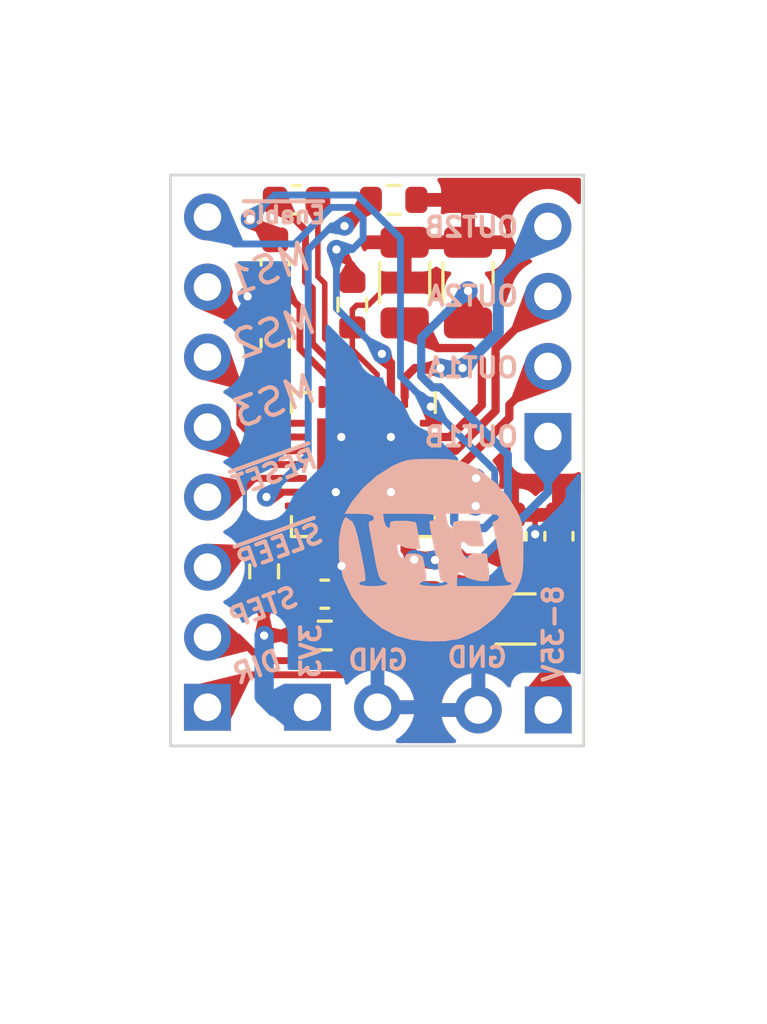
<source format=kicad_pcb>
(kicad_pcb (version 20221018) (generator pcbnew)
  (layers (0 "F.Cu" signal) (31 "B.Cu" signal) (34 "B.Paste" user) (35 "F.Paste" user) (36 "B.SilkS" user "B.Silkscreen") (37 "F.SilkS" user "F.Silkscreen") (38 "B.Mask" user) (39 "F.Mask" user) (44 "Edge.Cuts" user))
  (net 0 "")
  (net 1 "Net-(D1-CP1)")
  (net 2 "Net-(D1-CP2)")
  (net 3 "Net-(D1-VREG)")
  (net 4 "GNDREF")
  (net 5 "VPP")
  (net 6 "Net-(D1-VCP)")
  (net 7 "VDD")
  (net 8 "Net-(D1-OUT2B)")
  (net 9 "Net-(D1-~{ENABLE})")
  (net 11 "/MS1")
  (net 12 "/MS2")
  (net 13 "/MS3")
  (net 14 "Net-(D1-~{RESET})")
  (net 15 "Net-(D1-ROSC)")
  (net 16 "Net-(D1-~{SLEEP})")
  (net 17 "Net-(D1-STEP)")
  (net 18 "Net-(D1-VREF)")
  (net 19 "Net-(D1-DIR)")
  (net 21 "Net-(D1-OUT1B)")
  (net 22 "Net-(D1-SENSE1)")
  (net 23 "Net-(D1-OUT1A)")
  (net 25 "Net-(D1-OUT2A)")
  (net 26 "Net-(D1-SENSE2)")
  (footprint "Connector_PinHeader_2.54mm:PinHeader_1x02_P2.54mm_Vertical" (layer "F.Cu") (at 124.974682 98.8 90)
    (fp_text reference "J4" hide)
    (fp_text value "Conn_01x02_Socket")
    (pad "1" thru_hole rect locked (at 0 0 90) (size 1.7 1.7) (drill 1) (layers "*.Cu" "*.Mask") (net 7 "VDD"))
    (pad "2" thru_hole oval locked (at 0 2.54 90) (size 1.7 1.7) (drill 1) (layers "*.Cu" "*.Mask") (net 4 "GNDREF"))
  )
  (footprint "Capacitor_SMD:C_1206_3216Metric" (layer "F.Cu") (at 132.525 95.6 180)
    (fp_text reference "C4" hide)
    (fp_text value "4.7u")
    (fp_line (start -0.711252 -0.91) (end 0.711252 -0.91) (stroke (width 0.12)) (layer "F.SilkS"))
    (fp_line (start -0.711252 0.91) (end 0.711252 0.91) (stroke (width 0.12)) (layer "F.SilkS"))
    (pad "1" smd roundrect (at -1.475 0 180) (size 1.15 1.8) (layers "F.Cu" "F.Paste" "F.Mask") (roundrect_rratio 0.2173913043) (net 5 "VPP"))
    (pad "2" smd roundrect (at 1.475 0 180) (size 1.15 1.8) (layers "F.Cu" "F.Paste" "F.Mask") (roundrect_rratio 0.2173913043) (net 4 "GNDREF"))
  )
  (footprint "Connector_PinHeader_2.54mm:PinHeader_1x02_P2.54mm_Vertical" (layer "F.Cu") (at 133.713345 98.9 -90)
    (fp_text reference "J3" hide)
    (fp_text value "Conn_01x02_Socket")
    (pad "1" thru_hole rect locked (at 0 0 270) (size 1.7 1.7) (drill 1) (layers "*.Cu" "*.Mask") (net 5 "VPP"))
    (pad "2" thru_hole oval locked (at 0 2.54 270) (size 1.7 1.7) (drill 1) (layers "*.Cu" "*.Mask") (net 4 "GNDREF"))
  )
  (footprint "Connector_PinHeader_2.54mm:PinHeader_1x04_P2.54mm_Vertical" (layer "F.Cu") (at 133.7 88.98 180)
    (fp_text reference "J2" hide)
    (fp_text value "Conn_01x04_Socket")
    (pad "1" thru_hole rect locked (at 0 0 180) (size 1.7 1.7) (drill 1) (layers "*.Cu" "*.Mask") (net 21 "Net-(D1-OUT1B)"))
    (pad "2" thru_hole oval locked (at 0 2.54 180) (size 1.7 1.7) (drill 1) (layers "*.Cu" "*.Mask") (net 23 "Net-(D1-OUT1A)"))
    (pad "3" thru_hole oval locked (at 0 5.08 180) (size 1.7 1.7) (drill 1) (layers "*.Cu" "*.Mask") (net 25 "Net-(D1-OUT2A)"))
    (pad "4" thru_hole oval locked (at 0 7.62 180) (size 1.7 1.7) (drill 1) (layers "*.Cu" "*.Mask") (net 8 "Net-(D1-OUT2B)"))
  )
  (footprint "Capacitor_SMD:C_0603_1608Metric" (layer "F.Cu") (at 124.575 80.4 180)
    (fp_text reference "C1" hide)
    (fp_text value "0.1u")
    (fp_line (start -0.14058 -0.51) (end 0.14058 -0.51) (stroke (width 0.12)) (layer "F.SilkS"))
    (fp_line (start -0.14058 0.51) (end 0.14058 0.51) (stroke (width 0.12)) (layer "F.SilkS"))
    (pad "1" smd roundrect (at -0.775 0 180) (size 0.9 0.95) (layers "F.Cu" "F.Paste" "F.Mask") (net 1 "Net-(D1-CP1)"))
    (pad "2" smd roundrect (at 0.775 0 180) (size 0.9 0.95) (layers "F.Cu" "F.Paste" "F.Mask") (net 2 "Net-(D1-CP2)"))
  )
  (footprint "Resistor_SMD:R_1206_3216Metric" (layer "F.Cu") (at 128.5 83.4 -90)
    (fp_text reference "Rcs1" hide)
    (fp_text value "68m")
    (fp_line (start -0.727064 -0.91) (end 0.727064 -0.91) (stroke (width 0.12)) (layer "F.SilkS"))
    (fp_line (start -0.727064 0.91) (end 0.727064 0.91) (stroke (width 0.12)) (layer "F.SilkS"))
    (pad "1" smd roundrect (at -1.4625 0 270) (size 1.125 1.75) (layers "F.Cu" "F.Paste" "F.Mask") (roundrect_rratio 0.2222222222) (net 4 "GNDREF"))
    (pad "2" smd roundrect (at 1.4625 0 270) (size 1.125 1.75) (layers "F.Cu" "F.Paste" "F.Mask") (roundrect_rratio 0.2222222222) (net 26 "Net-(D1-SENSE2)"))
  )
  (footprint "Resistor_SMD:R_0603_1608Metric" (layer "F.Cu") (at 128.1 80.4)
    (fp_text reference "R1" hide)
    (fp_text value "10k")
    (fp_line (start -0.237258 -0.5225) (end 0.237258 -0.5225) (stroke (width 0.12)) (layer "F.SilkS"))
    (fp_line (start -0.237258 0.5225) (end 0.237258 0.5225) (stroke (width 0.12)) (layer "F.SilkS"))
    (pad "1" smd roundrect (at -0.825 0) (size 0.8 0.95) (layers "F.Cu" "F.Paste" "F.Mask") (net 15 "Net-(D1-ROSC)"))
    (pad "2" smd roundrect (at 0.825 0) (size 0.8 0.95) (layers "F.Cu" "F.Paste" "F.Mask") (net 4 "GNDREF"))
  )
  (footprint "Capacitor_SMD:C_0603_1608Metric" (layer "F.Cu") (at 134.1 92.6 90)
    (fp_text reference "C6" hide)
    (fp_text value "0.1u")
    (fp_line (start -0.14058 -0.51) (end 0.14058 -0.51) (stroke (width 0.12)) (layer "F.SilkS"))
    (fp_line (start -0.14058 0.51) (end 0.14058 0.51) (stroke (width 0.12)) (layer "F.SilkS"))
    (pad "1" smd roundrect (at -0.775 0 90) (size 0.9 0.95) (layers "F.Cu" "F.Paste" "F.Mask") (net 5 "VPP"))
    (pad "2" smd roundrect (at 0.775 0 90) (size 0.9 0.95) (layers "F.Cu" "F.Paste" "F.Mask") (net 4 "GNDREF"))
  )
  (footprint "Resistor_SMD:R_0603_1608Metric" (layer "F.Cu") (at 126.6 84.2 90)
    (fp_text reference "R5" hide)
    (fp_text value "100k")
    (fp_line (start -0.237258 -0.5225) (end 0.237258 -0.5225) (stroke (width 0.12)) (layer "F.SilkS"))
    (fp_line (start -0.237258 0.5225) (end 0.237258 0.5225) (stroke (width 0.12)) (layer "F.SilkS"))
    (pad "1" smd roundrect (at -0.825 0 90) (size 0.8 0.95) (layers "F.Cu" "F.Paste" "F.Mask") (net 4 "GNDREF"))
    (pad "2" smd roundrect (at 0.825 0 90) (size 0.8 0.95) (layers "F.Cu" "F.Paste" "F.Mask") (net 9 "Net-(D1-~{ENABLE})"))
  )
  (footprint "Capacitor_SMD:C_0603_1608Metric" (layer "F.Cu") (at 123.8 82.625 -90)
    (fp_text reference "C3" hide)
    (fp_text value "0.1u")
    (fp_line (start -0.14058 -0.51) (end 0.14058 -0.51) (stroke (width 0.12)) (layer "F.SilkS"))
    (fp_line (start -0.14058 0.51) (end 0.14058 0.51) (stroke (width 0.12)) (layer "F.SilkS"))
    (pad "1" smd roundrect (at -0.775 0 270) (size 0.9 0.95) (layers "F.Cu" "F.Paste" "F.Mask") (net 5 "VPP"))
    (pad "2" smd roundrect (at 0.775 0 270) (size 0.9 0.95) (layers "F.Cu" "F.Paste" "F.Mask") (net 6 "Net-(D1-VCP)"))
  )
  (footprint "Resistor_SMD:R_0603_1608Metric" (layer "F.Cu") (at 123.4 93.875 90)
    (fp_text reference "R6" hide)
    (fp_text value "100k")
    (fp_line (start -0.237258 -0.5225) (end 0.237258 -0.5225) (stroke (width 0.12)) (layer "F.SilkS"))
    (fp_line (start -0.237258 0.5225) (end 0.237258 0.5225) (stroke (width 0.12)) (layer "F.SilkS"))
    (pad "1" smd roundrect (at -0.825 0 90) (size 0.8 0.95) (layers "F.Cu" "F.Paste" "F.Mask") (net 7 "VDD"))
    (pad "2" smd roundrect (at 0.825 0 90) (size 0.8 0.95) (layers "F.Cu" "F.Paste" "F.Mask") (net 16 "Net-(D1-~{SLEEP})"))
  )
  (footprint "Capacitor_SMD:C_0603_1608Metric" (layer "F.Cu") (at 132.4 92.6 90)
    (fp_text reference "C7" hide)
    (fp_text value "0.1u")
    (fp_line (start -0.14058 -0.51) (end 0.14058 -0.51) (stroke (width 0.12)) (layer "F.SilkS"))
    (fp_line (start -0.14058 0.51) (end 0.14058 0.51) (stroke (width 0.12)) (layer "F.SilkS"))
    (pad "1" smd roundrect (at -0.775 0 90) (size 0.9 0.95) (layers "F.Cu" "F.Paste" "F.Mask") (net 5 "VPP"))
    (pad "2" smd roundrect (at 0.775 0 90) (size 0.9 0.95) (layers "F.Cu" "F.Paste" "F.Mask") (net 4 "GNDREF"))
  )
  (footprint "Resistor_SMD:R_0603_1608Metric" (layer "F.Cu") (at 125.6 96.2)
    (fp_text reference "R2" hide)
    (fp_text value "~")
    (fp_line (start -0.237258 -0.5225) (end 0.237258 -0.5225) (stroke (width 0.12)) (layer "F.SilkS"))
    (fp_line (start -0.237258 0.5225) (end 0.237258 0.5225) (stroke (width 0.12)) (layer "F.SilkS"))
    (pad "1" smd roundrect (at -0.825 0) (size 0.8 0.95) (layers "F.Cu" "F.Paste" "F.Mask") (net 7 "VDD"))
    (pad "2" smd roundrect (at 0.825 0) (size 0.8 0.95) (layers "F.Cu" "F.Paste" "F.Mask") (net 18 "Net-(D1-VREF)"))
  )
  (footprint "Resistor_SMD:R_0603_1608Metric" (layer "F.Cu") (at 128.6 94.7)
    (fp_text reference "R3" hide)
    (fp_text value "~")
    (fp_line (start -0.237258 -0.5225) (end 0.237258 -0.5225) (stroke (width 0.12)) (layer "F.SilkS"))
    (fp_line (start -0.237258 0.5225) (end 0.237258 0.5225) (stroke (width 0.12)) (layer "F.SilkS"))
    (pad "1" smd roundrect (at -0.825 0) (size 0.8 0.95) (layers "F.Cu" "F.Paste" "F.Mask") (net 18 "Net-(D1-VREF)"))
    (pad "2" smd roundrect (at 0.825 0) (size 0.8 0.95) (layers "F.Cu" "F.Paste" "F.Mask") (net 4 "GNDREF"))
  )
  (footprint "Resistor_SMD:R_1206_3216Metric" (layer "F.Cu") (at 130.8 83.4 -90)
    (fp_text reference "Rcs2" hide)
    (fp_text value "68m")
    (fp_line (start -0.727064 -0.91) (end 0.727064 -0.91) (stroke (width 0.12)) (layer "F.SilkS"))
    (fp_line (start -0.727064 0.91) (end 0.727064 0.91) (stroke (width 0.12)) (layer "F.SilkS"))
    (pad "1" smd roundrect (at -1.4625 0 270) (size 1.125 1.75) (layers "F.Cu" "F.Paste" "F.Mask") (roundrect_rratio 0.2222222222) (net 4 "GNDREF"))
    (pad "2" smd roundrect (at 1.4625 0 270) (size 1.125 1.75) (layers "F.Cu" "F.Paste" "F.Mask") (roundrect_rratio 0.2222222222) (net 22 "Net-(D1-SENSE1)"))
  )
  (footprint "Capacitor_SMD:C_0603_1608Metric" (layer "F.Cu") (at 123.8 85.6 90)
    (fp_text reference "C2" hide)
    (fp_text value "0.22u")
    (fp_line (start -0.14058 -0.51) (end 0.14058 -0.51) (stroke (width 0.12)) (layer "F.SilkS"))
    (fp_line (start -0.14058 0.51) (end 0.14058 0.51) (stroke (width 0.12)) (layer "F.SilkS"))
    (pad "1" smd roundrect (at -0.775 0 90) (size 0.9 0.95) (layers "F.Cu" "F.Paste" "F.Mask") (net 3 "Net-(D1-VREG)"))
    (pad "2" smd roundrect (at 0.775 0 90) (size 0.9 0.95) (layers "F.Cu" "F.Paste" "F.Mask") (net 4 "GNDREF"))
  )
  (footprint "Package_DFN_QFN:QFN-28-1EP_5x5mm_P0.5mm_EP3.35x3.35mm" (layer "F.Cu") (at 127 90 -90)
    (fp_text reference "D1" hide)
    (fp_text value "A4988")
    (fp_line (start -2.61 2.61) (end -2.61 1.885) (stroke (width 0.12)) (layer "F.SilkS"))
    (fp_line (start -1.885 -2.61) (end -2.61 -2.61) (stroke (width 0.12)) (layer "F.SilkS"))
    (fp_line (start -1.885 2.61) (end -2.61 2.61) (stroke (width 0.12)) (layer "F.SilkS"))
    (fp_line (start 1.885 -2.61) (end 2.61 -2.61) (stroke (width 0.12)) (layer "F.SilkS"))
    (fp_line (start 1.885 2.61) (end 2.61 2.61) (stroke (width 0.12)) (layer "F.SilkS"))
    (fp_line (start 2.61 -2.61) (end 2.61 -1.885) (stroke (width 0.12)) (layer "F.SilkS"))
    (fp_line (start 2.61 2.61) (end 2.61 1.885) (stroke (width 0.12)) (layer "F.SilkS"))
    (pad "1" smd roundrect (at -2.45 -1.5 270) (size 0.8 0.25) (layers "F.Cu" "F.Paste" "F.Mask") (net 8 "Net-(D1-OUT2B)"))
    (pad "2" smd roundrect (at -2.45 -1 270) (size 0.8 0.25) (layers "F.Cu" "F.Paste" "F.Mask") (net 9 "Net-(D1-~{ENABLE})"))
    (pad "3" smd roundrect (at -2.45 -0.5 270) (size 0.8 0.25) (layers "F.Cu" "F.Paste" "F.Mask") (net 4 "GNDREF"))
    (pad "4" smd roundrect (at -2.45 0 270) (size 0.8 0.25) (layers "F.Cu" "F.Paste" "F.Mask") (net 1 "Net-(D1-CP1)"))
    (pad "5" smd roundrect (at -2.45 0.5 270) (size 0.8 0.25) (layers "F.Cu" "F.Paste" "F.Mask") (net 2 "Net-(D1-CP2)"))
    (pad "6" smd roundrect (at -2.45 1 270) (size 0.8 0.25) (layers "F.Cu" "F.Paste" "F.Mask") (net 6 "Net-(D1-VCP)"))
    (pad "7" smd roundrect (at -2.45 1.5 270) (size 0.8 0.25) (layers "F.Cu" "F.Paste" "F.Mask"))
    (pad "8" smd roundrect (at -1.5 2.45 270) (size 0.25 0.8) (layers "F.Cu" "F.Paste" "F.Mask") (net 3 "Net-(D1-VREG)"))
    (pad "9" smd roundrect (at -1 2.45 270) (size 0.25 0.8) (layers "F.Cu" "F.Paste" "F.Mask") (net 11 "/MS1"))
    (pad "10" smd roundrect (at -0.5 2.45 270) (size 0.25 0.8) (layers "F.Cu" "F.Paste" "F.Mask") (net 12 "/MS2"))
    (pad "11" smd roundrect (at 0 2.45 270) (size 0.25 0.8) (layers "F.Cu" "F.Paste" "F.Mask") (net 13 "/MS3"))
    (pad "12" smd roundrect (at 0.5 2.45 270) (size 0.25 0.8) (layers "F.Cu" "F.Paste" "F.Mask") (net 14 "Net-(D1-~{RESET})"))
    (pad "13" smd roundrect (at 1 2.45 270) (size 0.25 0.8) (layers "F.Cu" "F.Paste" "F.Mask") (net 15 "Net-(D1-ROSC)"))
    (pad "14" smd roundrect (at 1.5 2.45 270) (size 0.25 0.8) (layers "F.Cu" "F.Paste" "F.Mask") (net 16 "Net-(D1-~{SLEEP})"))
    (pad "15" smd roundrect (at 2.45 1.5 270) (size 0.8 0.25) (layers "F.Cu" "F.Paste" "F.Mask") (net 7 "VDD"))
    (pad "16" smd roundrect (at 2.45 1 270) (size 0.8 0.25) (layers "F.Cu" "F.Paste" "F.Mask") (net 17 "Net-(D1-STEP)"))
    (pad "17" smd roundrect (at 2.45 0.5 270) (size 0.8 0.25) (layers "F.Cu" "F.Paste" "F.Mask") (net 18 "Net-(D1-VREF)"))
    (pad "18" smd roundrect (at 2.45 0 270) (size 0.8 0.25) (layers "F.Cu" "F.Paste" "F.Mask") (net 4 "GNDREF"))
    (pad "19" smd roundrect (at 2.45 -0.5 270) (size 0.8 0.25) (layers "F.Cu" "F.Paste" "F.Mask") (net 19 "Net-(D1-DIR)"))
    (pad "20" smd roundrect (at 2.45 -1 270) (size 0.8 0.25) (layers "F.Cu" "F.Paste" "F.Mask"))
    (pad "21" smd roundrect (at 2.45 -1.5 270) (size 0.8 0.25) (layers "F.Cu" "F.Paste" "F.Mask") (net 21 "Net-(D1-OUT1B)"))
    (pad "22" smd roundrect (at 1.5 -2.45 270) (size 0.25 0.8) (layers "F.Cu" "F.Paste" "F.Mask") (net 5 "VPP"))
    (pad "23" smd roundrect (at 1 -2.45 270) (size 0.25 0.8) (layers "F.Cu" "F.Paste" "F.Mask") (net 22 "Net-(D1-SENSE1)"))
    (pad "24" smd roundrect (at 0.5 -2.45 270) (size 0.25 0.8) (layers "F.Cu" "F.Paste" "F.Mask") (net 23 "Net-(D1-OUT1A)"))
    (pad "25" smd roundrect (at 0 -2.45 270) (size 0.25 0.8) (layers "F.Cu" "F.Paste" "F.Mask"))
    (pad "26" smd roundrect (at -0.5 -2.45 270) (size 0.25 0.8) (layers "F.Cu" "F.Paste" "F.Mask") (net 25 "Net-(D1-OUT2A)"))
    (pad "27" smd roundrect (at -1 -2.45 270) (size 0.25 0.8) (layers "F.Cu" "F.Paste" "F.Mask") (net 26 "Net-(D1-SENSE2)"))
    (pad "28" smd roundrect (at -1.5 -2.45 270) (size 0.25 0.8) (layers "F.Cu" "F.Paste" "F.Mask") (net 5 "VPP"))
    (pad "29" smd rect (at 0 0 270) (size 3.35 3.35) (layers "F.Cu" "F.Mask") (net 4 "GNDREF"))
  )
  (footprint "Connector_PinHeader_2.54mm:PinHeader_1x08_P2.54mm_Vertical" (layer "F.Cu") (at 121.342909 98.8 180)
    (fp_text reference "J1" hide)
    (fp_text value "Conn_01x08_Socket")
    (pad "1" thru_hole rect locked (at 0 0 180) (size 1.7 1.7) (drill 1) (layers "*.Cu" "*.Mask") (net 19 "Net-(D1-DIR)"))
    (pad "2" thru_hole oval locked (at 0 2.54 180) (size 1.7 1.7) (drill 1) (layers "*.Cu" "*.Mask") (net 17 "Net-(D1-STEP)"))
    (pad "3" thru_hole oval locked (at 0 5.08 180) (size 1.7 1.7) (drill 1) (layers "*.Cu" "*.Mask") (net 16 "Net-(D1-~{SLEEP})"))
    (pad "4" thru_hole oval locked (at 0 7.62 180) (size 1.7 1.7) (drill 1) (layers "*.Cu" "*.Mask") (net 14 "Net-(D1-~{RESET})"))
    (pad "5" thru_hole oval locked (at 0 10.16 180) (size 1.7 1.7) (drill 1) (layers "*.Cu" "*.Mask") (net 13 "/MS3"))
    (pad "6" thru_hole oval locked (at 0 12.7 180) (size 1.7 1.7) (drill 1) (layers "*.Cu" "*.Mask") (net 12 "/MS2"))
    (pad "7" thru_hole oval locked (at 0 15.24 180) (size 1.7 1.7) (drill 1) (layers "*.Cu" "*.Mask") (net 11 "/MS1"))
    (pad "8" thru_hole oval locked (at 0 17.78 180) (size 1.7 1.7) (drill 1) (layers "*.Cu" "*.Mask") (net 9 "Net-(D1-~{ENABLE})"))
  )
  (footprint "Capacitor_SMD:C_0603_1608Metric" (layer "F.Cu") (at 125.6 94.7)
    (fp_text reference "C5" hide)
    (fp_text value "0.1u")
    (fp_line (start -0.14058 -0.51) (end 0.14058 -0.51) (stroke (width 0.12)) (layer "F.SilkS"))
    (fp_line (start -0.14058 0.51) (end 0.14058 0.51) (stroke (width 0.12)) (layer "F.SilkS"))
    (pad "1" smd roundrect (at -0.775 0) (size 0.9 0.95) (layers "F.Cu" "F.Paste" "F.Mask") (net 7 "VDD"))
    (pad "2" smd roundrect (at 0.775 0) (size 0.9 0.95) (layers "F.Cu" "F.Paste" "F.Mask") (net 4 "GNDREF"))
  )
  (footprint "gerefi_Lib:LOGO" (layer "B.Cu") (at 129.466061 93.137619 180)
    (fp_text reference "G?" hide)
    (fp_text value "LOGO" hide)
    (fp_poly (pts (xy 3.3528 0.39624) (xy 3.35026 -0.29972) (xy 3.19532 -0.9906) (xy 2.8956 -1.64338) (xy 2.46634 -2.21996) (xy 2.31394 -2.37744) (xy 1.80086 -2.794) (xy 1.27508 -3.07086) (xy 0.68834 -3.2258) (xy 0.127 -3.27406) (xy -0.46736 -3.26898) (xy -0.9271 -3.2004) (xy -1.05664 -3.16484) (xy -1.73482 -2.86258) (xy -2.32156 -2.41808) (xy -2.8194 -1.83134) (xy -3.10896 -1.3462) (xy -3.21564 -1.12776) (xy -3.28422 -0.92964) (xy -3.32232 -0.70866) (xy -3.3401 -0.4191) (xy -3.34518 -0.01016) (xy -3.34518 0.04318) (xy -3.3401 0.46736) (xy -3.32486 0.77216) (xy -3.28676 1.0033) (xy -3.22072 1.21158) (xy -3.11658 1.44272) (xy -3.10134 1.46812) (xy -2.7686 1.99644) (xy -2.31648 2.49428) (xy -1.79832 2.90576) (xy -1.47574 3.09372) (xy -1.23698 3.20294) (xy -1.03124 3.2766) (xy -0.80518 3.31724) (xy -0.51562 3.33756) (xy -0.10922 3.34264) (xy -0.04064 3.34264) (xy 0.37846 3.3401) (xy 0.68072 3.32486) (xy 0.90932 3.2893) (xy 1.1176 3.22326) (xy 1.35382 3.11658) (xy 1.44018 3.0734) (xy 1.97612 2.73558) (xy 2.47904 2.28854) (xy 2.88798 1.78308) (xy 2.95656 1.67132) (xy 3.14706 1.35382) (xy 2.63906 1.35382) (xy 2.32664 1.34112) (xy 2.14884 1.2954) (xy 2.08534 1.22936) (xy 2.10058 1.12014) (xy 2.1717 1.10236) (xy 2.26314 1.05918) (xy 2.26568 0.90678) (xy 2.25806 0.86868) (xy 2.2225 0.6858) (xy 2.16916 0.38608) (xy 2.10058 0.01778) (xy 2.06248 -0.2032) (xy 1.98374 -0.60452) (xy 1.91516 -0.86614) (xy 1.84658 -1.016) (xy 1.77038 -1.07696) (xy 1.76022 -1.0795) (xy 1.74752 -1.08458) (xy 1.74752 1.35382) (xy 0.78994 1.35382) (xy 0.36576 1.35128) (xy 0.08382 1.33858) (xy -0.08128 1.31318) (xy -0.15494 1.27254) (xy -0.17018 1.22682) (xy -0.1016 1.11506) (xy -0.04318 1.09982) (xy 0.01524 1.1049) (xy 0.05334 1.09728) (xy 0.06858 1.0541) (xy 0.06096 0.94996) (xy 0.0254 0.75438) (xy -0.03556 0.44704) (xy -0.127 0) (xy -0.20828 -0.39624) (xy -0.27432 -0.72898) (xy -0.32004 -0.96266) (xy -0.33782 -1.0668) (xy -0.33782 -1.06934) (xy -0.40894 -1.09728) (xy -0.46482 -1.09982) (xy -0.53848 -1.12776) (xy -0.53848 1.35382) (xy -1.49606 1.35382) (xy -1.92024 1.35128) (xy -2.20218 1.33858) (xy -2.36728 1.31318) (xy -2.44094 1.27254) (xy -2.45618 1.22682) (xy -2.3876 1.1176) (xy -2.3241 1.09982) (xy -2.22758 1.04394) (xy -2.23266 0.9525) (xy -2.26568 0.8128) (xy -2.3241 0.5461) (xy -2.39522 0.19558) (xy -2.4638 -0.14732) (xy -2.5654 -0.62484) (xy -2.65684 -0.9398) (xy -2.73304 -1.08712) (xy -2.75844 -1.09982) (xy -2.89814 -1.15824) (xy -2.921 -1.18618) (xy -2.86512 -1.22428) (xy -2.64922 -1.25222) (xy -2.27838 -1.26746) (xy -1.95326 -1.27) (xy -0.93218 -1.27) (xy -0.93218 -1.016) (xy -0.97028 -0.8128) (xy -1.05918 -0.762) (xy -1.17094 -0.8255) (xy -1.18618 -0.88138) (xy -1.25984 -0.94996) (xy -1.44526 -1.01854) (xy -1.67894 -1.07188) (xy -1.905 -1.09982) (xy -2.06248 -1.08712) (xy -2.09042 -1.06934) (xy -2.10566 -0.96774) (xy -2.09804 -0.7493) (xy -2.07772 -0.55372) (xy -2.0193 -0.08382) (xy -1.68656 -0.08382) (xy -1.47828 -0.10414) (xy -1.36144 -0.15748) (xy -1.35382 -0.17526) (xy -1.3208 -0.25908) (xy -1.2446 -0.22352) (xy -1.1557 -0.10414) (xy -1.0922 0.06858) (xy -1.0922 0.07112) (xy -1.07442 0.26416) (xy -1.1303 0.33782) (xy -1.15316 0.33782) (xy -1.25984 0.28956) (xy -1.27 0.254) (xy -1.3462 0.20066) (xy -1.53162 0.17018) (xy -1.59512 0.17018) (xy -1.9177 0.17018) (xy -1.83388 0.635) (xy -1.75006 1.10236) (xy -1.24714 1.09982) (xy -0.9652 1.09474) (xy -0.82042 1.0668) (xy -0.78486 1.00838) (xy -0.79248 0.97282) (xy -0.78232 0.8636) (xy -0.72644 0.84582) (xy -0.635 0.92202) (xy -0.57658 1.09728) (xy -0.57404 1.09982) (xy -0.53848 1.35382) (xy -0.53848 -1.12776) (xy -0.57912 -1.14554) (xy -0.59182 -1.18618) (xy -0.51562 -1.22936) (xy -0.31496 -1.25984) (xy -0.08382 -1.27) (xy 0.18542 -1.2573) (xy 0.3683 -1.22428) (xy 0.42418 -1.18618) (xy 0.35306 -1.11252) (xy 0.28702 -1.09982) (xy 0.20574 -1.07442) (xy 0.18034 -0.96774) (xy 0.2032 -0.74168) (xy 0.20828 -0.70866) (xy 0.254 -0.44704) (xy 0.29718 -0.24892) (xy 0.31242 -0.20066) (xy 0.40894 -0.12954) (xy 0.5842 -0.0889) (xy 0.7747 -0.0889) (xy 0.90678 -0.127) (xy 0.93218 -0.17018) (xy 0.97282 -0.25908) (xy 1.0668 -0.2413) (xy 1.16586 -0.13716) (xy 1.20904 -0.02032) (xy 1.22936 0.19304) (xy 1.17856 0.254) (xy 1.08204 0.18542) (xy 0.93218 0.11684) (xy 0.70866 0.08636) (xy 0.69088 0.08382) (xy 0.40132 0.08382) (xy 0.45974 0.52578) (xy 0.50038 0.7874) (xy 0.54102 0.9779) (xy 0.5588 1.03378) (xy 0.6604 1.06934) (xy 0.87884 1.09474) (xy 1.07188 1.09982) (xy 1.34112 1.0922) (xy 1.4732 1.06172) (xy 1.50114 1.00076) (xy 1.49352 0.97536) (xy 1.50368 0.8636) (xy 1.55956 0.84582) (xy 1.651 0.92202) (xy 1.70942 1.09728) (xy 1.71196 1.09982) (xy 1.74752 1.35382) (xy 1.74752 -1.08458) (xy 1.61544 -1.14046) (xy 1.62306 -1.19888) (xy 1.76276 -1.2446) (xy 2.0193 -1.26746) (xy 2.11582 -1.27) (xy 2.3876 -1.2573) (xy 2.57048 -1.22428) (xy 2.62382 -1.18618) (xy 2.55524 -1.10998) (xy 2.49682 -1.09982) (xy 2.43586 -1.09474) (xy 2.39776 -1.06426) (xy 2.3876 -0.98298) (xy 2.40284 -0.82296) (xy 2.44602 -0.56134) (xy 2.52222 -0.17272) (xy 2.57302 0.08128) (xy 2.67716 0.56388) (xy 2.77368 0.89408) (xy 2.85496 1.06426) (xy 2.88544 1.08712) (xy 3.03276 1.1811) (xy 3.06324 1.21666) (xy 3.12674 1.22428) (xy 3.2004 1.0922) (xy 3.27406 0.8509) (xy 3.33502 0.5334) (xy 3.3528 0.39624)) (stroke (width 0.00254)) (fill solid) (layer "B.SilkS"))
  )
  (gr_line (start 120 100.2) (end 120 79.5) (stroke (width 0.1)) (layer "Edge.Cuts"))
  (gr_line (start 120 100.2) (end 135 100.2) (stroke (width 0.1)) (layer "Edge.Cuts"))
  (gr_line (start 135 79.5) (end 120 79.5) (stroke (width 0.1)) (layer "Edge.Cuts"))
  (gr_line (start 135 79.5) (end 135 100.2) (stroke (width 0.1)) (layer "Edge.Cuts"))
  (gr_text "MS2" (at 125.5 85.2 20) (layer "B.SilkS") (effects (font (size 1 1)) (justify left bottom mirror)))
  (gr_text "DIR" (at 124.2 97.4 20) (layer "B.SilkS") (effects (font (size 0.7 0.7)) (justify left bottom mirror)))
  (gr_text "MS1" (at 125.3 82.9 20) (layer "B.SilkS") (effects (font (size 1 1)) (justify left bottom mirror)))
  (gr_text "8-35V" (at 134.3 94.3 90) (layer "B.SilkS") (effects (font (size 0.7 0.7)) (justify left bottom mirror)))
  (gr_text "MS3" (at 125.5 87.7 20) (layer "B.SilkS") (effects (font (size 1 1)) (justify left bottom mirror)))
  (gr_text "OUT2A" (at 132.7 84.3) (layer "B.SilkS") (effects (font (size 0.7 0.7)) (justify left bottom mirror)))
  (gr_text "GND" (at 132.3 97.4) (layer "B.SilkS") (effects (font (size 0.7 0.7)) (justify left bottom mirror)))
  (gr_text "STEP" (at 124.8 95.1 20) (layer "B.SilkS") (effects (font (size 0.7 0.7)) (justify left bottom mirror)))
  (gr_text "OUT2B" (at 132.7 81.8) (layer "B.SilkS") (effects (font (size 0.7 0.7)) (justify left bottom mirror)))
  (gr_text "GND" (at 128.7 97.5) (layer "B.SilkS") (effects (font (size 0.7 0.7)) (justify left bottom mirror)))
  (gr_text "~{RESET}" (at 125.5 90.1 20) (layer "B.SilkS") (effects (font (size 0.7 0.7)) (justify left bottom mirror)))
  (gr_text "~{Enable}" (at 125.7 81.3) (layer "B.SilkS") (effects (font (size 0.6 0.6)) (justify left bottom mirror)))
  (gr_text "OUT1A" (at 132.7 86.9) (layer "B.SilkS") (effects (font (size 0.7 0.7)) (justify left bottom mirror)))
  (gr_text "~{SLEEP}" (at 125.7 92.8 20) (layer "B.SilkS") (effects (font (size 0.7 0.7)) (justify left bottom mirror)))
  (gr_text "3V3" (at 125.5 95.7 90) (layer "B.SilkS") (effects (font (size 0.7 0.7)) (justify left bottom mirror)))
  (gr_text "OUT1B" (at 132.7 89.4) (layer "B.SilkS") (effects (font (size 0.7 0.7)) (justify left bottom mirror)))
  (segment (start 125.6 85.4292) (end 125.6 83.427915) (width 0.2) (layer "F.Cu") (net 1))
  (segment (start 125.6 83.427915) (end 125.35 83.177915) (width 0.2) (layer "F.Cu") (net 1))
  (segment (start 127 87.55) (end 126.973509 87.523509) (width 0.2) (layer "F.Cu") (net 1))
  (segment (start 125.35 83.177915) (end 125.35 80.4) (width 0.2) (layer "F.Cu") (net 1))
  (segment (start 126.973509 87.523509) (end 126.973509 86.802709) (width 0.2) (layer "F.Cu") (net 1))
  (segment (start 126.973509 86.802709) (end 125.6 85.4292) (width 0.2) (layer "F.Cu") (net 1))
  (segment (start 124.9 83.364311) (end 124.9 81.5) (width 0.25) (layer "F.Cu") (net 2))
  (segment (start 125.15 83.614311) (end 124.9 83.364311) (width 0.25) (layer "F.Cu") (net 2))
  (segment (start 126.5 86.965596) (end 125.15 85.615596) (width 0.25) (layer "F.Cu") (net 2))
  (segment (start 124.9 81.5) (end 123.8 80.4) (width 0.25) (layer "F.Cu") (net 2))
  (segment (start 126.5 87.55) (end 126.5 86.965596) (width 0.25) (layer "F.Cu") (net 2))
  (segment (start 125.15 85.615596) (end 125.15 83.614311) (width 0.25) (layer "F.Cu") (net 2))
  (segment (start 124.55 88.5) (end 124 88.5) (width 0.25) (layer "F.Cu") (net 3))
  (segment (start 124 88.5) (end 123.8 88.3) (width 0.25) (layer "F.Cu") (net 3))
  (segment (start 123.8 88.3) (end 123.8 86.375) (width 0.25) (layer "F.Cu") (net 3))
  (segment (start 122.8 83.9) (end 123.725 84.825) (width 0.25) (layer "F.Cu") (net 4))
  (segment (start 127 90) (end 127.5 89.5) (width 0.25) (layer "F.Cu") (net 4))
  (segment (start 127.5 87.55) (end 127.5 86.729516) (width 0.2) (layer "F.Cu") (net 4))
  (segment (start 127.5 89.5) (end 127.5 87.55) (width 0.25) (layer "F.Cu") (net 4))
  (segment (start 123.725 84.825) (end 123.8 84.825) (width 0.25) (layer "F.Cu") (net 4))
  (segment (start 126.208273 93.675598) (end 126.208273 94.533273) (width 0.3) (layer "F.Cu") (net 4))
  (segment (start 133.236033 92.524037) (end 133.236033 91.82762) (width 0.2) (layer "F.Cu") (net 4))
  (segment (start 126.759176 84.220411) (end 127.179589 84.220411) (width 0.2) (layer "F.Cu") (net 4))
  (segment (start 127.5 86.729516) (end 126.6 85.829516) (width 0.2) (layer "F.Cu") (net 4))
  (segment (start 126.6 84.379587) (end 126.759176 84.220411) (width 0.2) (layer "F.Cu") (net 4))
  (segment (start 126.208273 94.533273) (end 126.375 94.7) (width 0.3) (layer "F.Cu") (net 4))
  (segment (start 126.6 85.829516) (end 126.6 85.025) (width 0.2) (layer "F.Cu") (net 4))
  (segment (start 133.237496 92.5255) (end 133.236033 92.524037) (width 0.2) (layer "F.Cu") (net 4))
  (segment (start 126.6 85.025) (end 126.6 84.379587) (width 0.2) (layer "F.Cu") (net 4))
  (segment (start 127 92.45) (end 127 90) (width 0.25) (layer "F.Cu") (net 4))
  (segment (start 127.179589 84.220411) (end 127.7 83.7) (width 0.2) (layer "F.Cu") (net 4))
  (via (at 128 91) (size 0.7) (drill 0.3) (layers "F.Cu" "B.Cu") (net 4))
  (via (at 126.208273 93.675598) (size 0.7) (drill 0.3) (layers "F.Cu" "B.Cu") (net 4))
  (via (at 122.8 83.9) (size 0.7) (drill 0.3) (layers "F.Cu" "B.Cu") (net 4))
  (via (at 133.237496 92.5255) (size 0.7) (drill 0.3) (layers "F.Cu" "B.Cu") (net 4))
  (via (at 126 91) (size 0.7) (drill 0.3) (layers "F.Cu" "B.Cu") (net 4))
  (via (at 126.2 89) (size 0.7) (drill 0.3) (layers "F.Cu" "B.Cu") (net 4))
  (via (at 128 89) (size 0.7) (drill 0.3) (layers "F.Cu" "B.Cu") (net 4))
  (segment (start 122.7 91.7) (end 122.7 90.7) (width 0.15) (layer "B.Cu") (net 4))
  (segment (start 134.114012 95.714012) (end 134 95.6) (width 0.6) (layer "F.Cu") (net 5))
  (segment (start 130.68505 93.375) (end 132.4 93.375) (width 0.3) (layer "F.Cu") (net 5))
  (segment (start 129.45789 91.630723) (end 129.45789 92.14784) (width 0.3) (layer "F.Cu") (net 5))
  (segment (start 129.45 87.9) (end 129.45 88.5) (width 0.25) (layer "F.Cu") (net 5))
  (segment (start 123.79906 81.85094) (end 123.8 81.85) (width 0.25) (layer "F.Cu") (net 5))
  (segment (start 130.200393 91.500393) (end 130.2 91.5) (width 0.25) (layer "F.Cu") (net 5))
  (segment (start 123.460999 81.6) (end 123.55 81.6) (width 0.25) (layer "F.Cu") (net 5))
  (segment (start 134.1 93.375) (end 134.1 95.5) (width 0.6) (layer "F.Cu") (net 5))
  (segment (start 130.2 91.5) (end 129.45 91.5) (width 0.25) (layer "F.Cu") (net 5))
  (segment (start 122.960999 81.1) (end 123.460999 81.6) (width 0.25) (layer "F.Cu") (net 5))
  (segment (start 132.4 93.375) (end 134.1 93.375) (width 0.6) (layer "F.Cu") (net 5))
  (segment (start 134.114012 97.185988) (end 134.114012 95.714012) (width 0.6) (layer "F.Cu") (net 5))
  (segment (start 131.078026 91.500393) (end 130.200393 91.500393) (width 0.25) (layer "F.Cu") (net 5))
  (segment (start 123.55 81.6) (end 123.8 81.85) (width 0.25) (layer "F.Cu") (net 5))
  (segment (start 122.9 81.1) (end 122.960999 81.1) (width 0.25) (layer "F.Cu") (net 5))
  (segment (start 133.713345 97.586655) (end 134.114012 97.185988) (width 0.6) (layer "F.Cu") (net 5))
  (segment (start 129.45789 92.14784) (end 130.68505 93.375) (width 0.3) (layer "F.Cu") (net 5))
  (segment (start 133.713345 98.7) (end 133.713345 97.586655) (width 0.6) (layer "F.Cu") (net 5))
  (segment (start 134.1 95.5) (end 134 95.6) (width 0.6) (layer "F.Cu") (net 5))
  (via (at 129.45 87.9) (size 0.7) (drill 0.3) (layers "F.Cu" "B.Cu") (net 5))
  (via (at 131.078026 91.500393) (size 0.7) (drill 0.3) (layers "F.Cu" "B.Cu") (net 5))
  (via (at 122.9 81.1) (size 0.7) (drill 0.3) (layers "F.Cu" "B.Cu") (net 5))
  (segment (start 131.768584 90.775255) (end 131.078026 91.465813) (width 0.25) (layer "B.Cu") (net 5))
  (segment (start 128.348894 86.798894) (end 128.348894 81.790033) (width 0.25) (layer "B.Cu") (net 5))
  (segment (start 123.775484 80.224516) (end 122.9 81.1) (width 0.25) (layer "B.Cu") (net 5))
  (segment (start 128.348894 81.790033) (end 126.783377 80.224516) (width 0.25) (layer "B.Cu") (net 5))
  (segment (start 131.768584 90.216065) (end 131.768584 90.775255) (width 0.25) (layer "B.Cu") (net 5))
  (segment (start 126.783377 80.224516) (end 123.775484 80.224516) (width 0.25) (layer "B.Cu") (net 5))
  (segment (start 131.078026 91.465813) (end 131.078026 91.500393) (width 0.25) (layer "B.Cu") (net 5))
  (segment (start 131.37066 89.82066) (end 131.373179 89.82066) (width 0.25) (layer "B.Cu") (net 5))
  (segment (start 129.45 87.9) (end 128.348894 86.798894) (width 0.25) (layer "B.Cu") (net 5))
  (segment (start 131.373179 89.82066) (end 131.768584 90.216065) (width 0.25) (layer "B.Cu") (net 5))
  (segment (start 129.45 87.9) (end 131.37066 89.82066) (width 0.25) (layer "B.Cu") (net 5))
  (segment (start 124.7 84.3) (end 123.8 83.4) (width 0.25) (layer "F.Cu") (net 6))
  (segment (start 126 87.55) (end 126 87.101992) (width 0.25) (layer "F.Cu") (net 6))
  (segment (start 126 87.101992) (end 124.7 85.801992) (width 0.25) (layer "F.Cu") (net 6))
  (segment (start 124.7 85.801992) (end 124.7 84.3) (width 0.25) (layer "F.Cu") (net 6))
  (segment (start 124.825 94.7) (end 123.4 94.7) (width 0.4) (layer "F.Cu") (net 7))
  (segment (start 124.825 92.675) (end 125.05 92.45) (width 0.25) (layer "F.Cu") (net 7))
  (segment (start 123.4 96.2) (end 124.775 96.2) (width 0.4) (layer "F.Cu") (net 7))
  (segment (start 123.4 96.2) (end 123.4 94.7) (width 0.4) (layer "F.Cu") (net 7))
  (segment (start 124.825 94.7) (end 124.825 92.675) (width 0.25) (layer "F.Cu") (net 7))
  (segment (start 124.825 96.15) (end 124.775 96.2) (width 0.4) (layer "F.Cu") (net 7))
  (segment (start 125.05 92.45) (end 125.5 92.45) (width 0.25) (layer "F.Cu") (net 7))
  (segment (start 124.825 94.7) (end 124.825 96.15) (width 0.4) (layer "F.Cu") (net 7))
  (via (at 123.4 96.2) (size 0.7) (drill 0.3) (layers "F.Cu" "B.Cu") (net 7))
  (segment (start 123.4 98.4) (end 123.4 96.2) (width 0.7) (layer "B.Cu") (net 7))
  (segment (start 123.8 98.8) (end 123.4 98.4) (width 0.7) (layer "B.Cu") (net 7))
  (segment (start 124.974682 98.8) (end 123.8 98.8) (width 0.7) (layer "B.Cu") (net 7))
  (segment (start 128.5 86.865033) (end 128.5 87.55) (width 0.3) (layer "F.Cu") (net 8))
  (segment (start 129.8 86.5) (end 128.865033 86.5) (width 0.3) (layer "F.Cu") (net 8))
  (segment (start 128.865033 86.5) (end 128.5 86.865033) (width 0.3) (layer "F.Cu") (net 8))
  (via (at 130.6005 86.5) (size 0.7) (drill 0.3) (layers "F.Cu" "B.Cu") (net 8))
  (via (at 129.8 86.5) (size 0.7) (drill 0.3) (layers "F.Cu" "B.Cu") (net 8))
  (segment (start 129.8 86.5) (end 130.6005 86.5) (width 0.4) (layer "B.Cu") (net 8))
  (segment (start 130.6005 86.5) (end 131.9 85.2005) (width 0.4) (layer "B.Cu") (net 8))
  (segment (start 131.9 85.2005) (end 131.9 83.16) (width 0.4) (layer "B.Cu") (net 8))
  (segment (start 131.9 83.16) (end 133.7 81.36) (width 0.4) (layer "B.Cu") (net 8))
  (segment (start 126.0245 82.202826) (end 126.6 82.778326) (width 0.25) (layer "F.Cu") (net 9))
  (segment (start 127.674394 85.984671) (end 128 86.310277) (width 0.3) (layer "F.Cu") (net 9))
  (segment (start 126.0245 82.2) (end 126.0245 82.202826) (width 0.25) (layer "F.Cu") (net 9))
  (segment (start 128 86.310277) (end 128 87.55) (width 0.3) (layer "F.Cu") (net 9))
  (segment (start 126.6 82.778326) (end 126.6 83.375) (width 0.25) (layer "F.Cu") (net 9))
  (via (at 127.674394 85.984671) (size 0.7) (drill 0.3) (layers "F.Cu" "B.Cu") (net 9))
  (via (at 126.0245 82.2) (size 0.7) (drill 0.3) (layers "F.Cu" "B.Cu") (net 9))
  (segment (start 127.674394 85.984671) (end 126.0245 84.334777) (width 0.25) (layer "B.Cu") (net 9))
  (segment (start 126.596981 80.674516) (end 126.992386 81.069921) (width 0.25) (layer "B.Cu") (net 9))
  (segment (start 121.342909 81.02) (end 122.322909 82) (width 0.25) (layer "B.Cu") (net 9))
  (segment (start 126.992386 81.807614) (end 126.6 82.2) (width 0.25) (layer "B.Cu") (net 9))
  (segment (start 126.992386 81.069921) (end 126.992386 81.807614) (width 0.25) (layer "B.Cu") (net 9))
  (segment (start 126.6 82.2) (end 126.0245 82.2) (width 0.25) (layer "B.Cu") (net 9))
  (segment (start 124.5 82) (end 125.825484 80.674516) (width 0.25) (layer "B.Cu") (net 9))
  (segment (start 122.322909 82) (end 124.5 82) (width 0.25) (layer "B.Cu") (net 9))
  (segment (start 125.825484 80.674516) (end 126.596981 80.674516) (width 0.25) (layer "B.Cu") (net 9))
  (segment (start 126.0245 84.334777) (end 126.0245 82.2) (width 0.25) (layer "B.Cu") (net 9))
  (segment (start 124.55 89) (end 123.636396 89) (width 0.25) (layer "F.Cu") (net 11))
  (segment (start 122.967909 85.337543) (end 121.342909 83.712543) (width 0.25) (layer "F.Cu") (net 11))
  (segment (start 122.967909 88.331513) (end 122.967909 85.337543) (width 0.25) (layer "F.Cu") (net 11))
  (segment (start 123.636396 89) (end 122.967909 88.331513) (width 0.25) (layer "F.Cu") (net 11))
  (segment (start 121.342909 83.712543) (end 121.342909 83.415414) (width 0.25) (layer "F.Cu") (net 11))
  (segment (start 124.55 89.5) (end 123.5 89.5) (width 0.25) (layer "F.Cu") (net 12))
  (segment (start 122.517909 87.130414) (end 121.342909 85.955414) (width 0.25) (layer "F.Cu") (net 12))
  (segment (start 123.5 89.5) (end 122.517909 88.517909) (width 0.25) (layer "F.Cu") (net 12))
  (segment (start 122.517909 88.517909) (end 122.517909 87.130414) (width 0.25) (layer "F.Cu") (net 12))
  (segment (start 124.55 90) (end 122.85293 90) (width 0.25) (layer "F.Cu") (net 13))
  (segment (start 122.85293 90) (end 121.348344 88.495414) (width 0.25) (layer "F.Cu") (net 13))
  (segment (start 121.348344 88.495414) (end 121.342909 88.495414) (width 0.25) (layer "F.Cu") (net 13))
  (segment (start 123.05 90.5) (end 122.35 91.2) (width 0.25) (layer "F.Cu") (net 14))
  (segment (start 122.35 91.2) (end 121.362909 91.2) (width 0.25) (layer "F.Cu") (net 14))
  (segment (start 124.55 90.5) (end 123.05 90.5) (width 0.25) (layer "F.Cu") (net 14))
  (segment (start 121.362909 91.2) (end 121.342909 91.18) (width 0.25) (layer "F.Cu") (net 14))
  (segment (start 123.659219 91) (end 124.55 91) (width 0.25) (layer "F.Cu") (net 15))
  (segment (start 126.350484 81.349516) (end 127.275 80.425) (width 0.4) (layer "F.Cu") (net 15))
  (segment (start 127.275 80.425) (end 127.275 80.4) (width 0.25) (layer "F.Cu") (net 15))
  (segment (start 123.484719 91.1745) (end 123.659219 91) (width 0.25) (layer "F.Cu") (net 15))
  (segment (start 126.317386 81.349516) (end 126.350484 81.349516) (width 0.25) (layer "F.Cu") (net 15))
  (via (at 126.317386 81.349516) (size 0.7) (drill 0.3) (layers "F.Cu" "B.Cu") (net 15))
  (via (at 123.484719 91.1745) (size 0.7) (drill 0.3) (layers "F.Cu" "B.Cu") (net 15))
  (segment (start 123.484719 91.1745) (end 125 89.659219) (width 0.25) (layer "B.Cu") (net 15))
  (segment (start 125 82.2) (end 125.853794 81.346206) (width 0.25) (layer "B.Cu") (net 15))
  (segment (start 125 89.659219) (end 125 82.2) (width 0.25) (layer "B.Cu") (net 15))
  (segment (start 125.853794 81.346206) (end 126.314076 81.346206) (width 0.25) (layer "B.Cu") (net 15))
  (segment (start 126.314076 81.346206) (end 126.317386 81.349516) (width 0.25) (layer "B.Cu") (net 15))
  (segment (start 122.35 93.05) (end 123.4 93.05) (width 0.25) (layer "F.Cu") (net 16))
  (segment (start 124.375 92.825) (end 124.375 91.5) (width 0.25) (layer "F.Cu") (net 16))
  (segment (start 121.342909 93.72) (end 121.68 93.72) (width 0.25) (layer "F.Cu") (net 16))
  (segment (start 121.68 93.72) (end 122.35 93.05) (width 0.25) (layer "F.Cu") (net 16))
  (segment (start 124.15 93.05) (end 124.375 92.825) (width 0.25) (layer "F.Cu") (net 16))
  (segment (start 123.4 93.05) (end 124.15 93.05) (width 0.25) (layer "F.Cu") (net 16))
  (segment (start 121.342909 96.26) (end 122.46 96.26) (width 0.25) (layer "F.Cu") (net 17))
  (segment (start 125.533773 93.366227) (end 126 92.9) (width 0.25) (layer "F.Cu") (net 17))
  (segment (start 125.082462 97.11) (end 125.6 96.592462) (width 0.25) (layer "F.Cu") (net 17))
  (segment (start 125.6 96.592462) (end 125.6 94.222183) (width 0.25) (layer "F.Cu") (net 17))
  (segment (start 125.6 94.222183) (end 125.533773 94.155956) (width 0.25) (layer "F.Cu") (net 17))
  (segment (start 122.46 96.26) (end 123.31 97.11) (width 0.25) (layer "F.Cu") (net 17))
  (segment (start 126 92.9) (end 126 92.45) (width 0.25) (layer "F.Cu") (net 17))
  (segment (start 125.533773 94.155956) (end 125.533773 93.366227) (width 0.25) (layer "F.Cu") (net 17))
  (segment (start 123.31 97.11) (end 125.082462 97.11) (width 0.25) (layer "F.Cu") (net 17))
  (segment (start 126.425 96.2) (end 127.2 96.2) (width 0.25) (layer "F.Cu") (net 18))
  (segment (start 127.775 94.7) (end 127.775 93.965664) (width 0.25) (layer "F.Cu") (net 18))
  (segment (start 127.775 95.625) (end 127.775 94.7) (width 0.25) (layer "F.Cu") (net 18))
  (segment (start 126.5 92.898008) (end 126.5 92.45) (width 0.25) (layer "F.Cu") (net 18))
  (segment (start 127.2 96.2) (end 127.775 95.625) (width 0.25) (layer "F.Cu") (net 18))
  (segment (start 127.05 93.240664) (end 126.842656 93.240664) (width 0.25) (layer "F.Cu") (net 18))
  (segment (start 127.775 93.965664) (end 127.05 93.240664) (width 0.25) (layer "F.Cu") (net 18))
  (segment (start 126.842656 93.240664) (end 126.5 92.898008) (width 0.25) (layer "F.Cu") (net 18))
  (segment (start 128.6 94.154268) (end 127.5 93.054268) (width 0.25) (layer "F.Cu") (net 19))
  (segment (start 127.5 93.054268) (end 127.5 92.45) (width 0.25) (layer "F.Cu") (net 19))
  (segment (start 122.875 97.625) (end 126.575 97.625) (width 0.25) (layer "F.Cu") (net 19))
  (segment (start 122.068139 98.07477) (end 122.42523 98.07477) (width 0.25) (layer "F.Cu") (net 19))
  (segment (start 126.575 97.625) (end 128.6 95.6) (width 0.25) (layer "F.Cu") (net 19))
  (segment (start 122.42523 98.07477) (end 122.875 97.625) (width 0.25) (layer "F.Cu") (net 19))
  (segment (start 121.342909 98.8) (end 122.068139 98.07477) (width 0.25) (layer "F.Cu") (net 19))
  (segment (start 128.6 95.6) (end 128.6 94.154268) (width 0.25) (layer "F.Cu") (net 19))
  (segment (start 128.5 93.1) (end 128.5 92.24761) (width 0.3) (layer "F.Cu") (net 21))
  (segment (start 128.844971 93.444971) (end 128.5 93.1) (width 0.3) (layer "F.Cu") (net 21))
  (segment (start 129.6 93.460977) (end 128.87772 93.460977) (width 0.5) (layer "F.Cu") (net 21))
  (segment (start 128.845298 93.444971) (end 128.844971 93.444971) (width 0.3) (layer "F.Cu") (net 21))
  (via (at 129.6 93.460977) (size 0.7) (drill 0.3) (layers "F.Cu" "B.Cu") (net 21))
  (via (at 128.845298 93.444971) (size 0.7) (drill 0.3) (layers "F.Cu" "B.Cu") (net 21))
  (segment (start 128.845298 93.444971) (end 129.583994 93.444971) (width 0.25) (layer "B.Cu") (net 21))
  (segment (start 129.6 93.460977) (end 131.239023 93.460977) (width 0.3) (layer "B.Cu") (net 21))
  (segment (start 131.239023 93.460977) (end 133.7 91) (width 0.3) (layer "B.Cu") (net 21))
  (segment (start 129.583994 93.444971) (end 129.6 93.460977) (width 0.25) (layer "B.Cu") (net 21))
  (segment (start 133.7 91) (end 133.7 88.98) (width 0.3) (layer "B.Cu") (net 21))
  (segment (start 131.093584 90.49566) (end 130.589244 91) (width 0.3) (layer "F.Cu") (net 22))
  (segment (start 130.8 83.7) (end 130.8 84.8625) (width 0.4) (layer "F.Cu") (net 22))
  (segment (start 130.589244 91) (end 129.45 91) (width 0.3) (layer "F.Cu") (net 22))
  (via (at 130.8 83.7) (size 0.7) (drill 0.3) (layers "F.Cu" "B.Cu") (net 22))
  (via (at 131.093584 90.49566) (size 0.7) (drill 0.3) (layers "F.Cu" "B.Cu") (net 22))
  (segment (start 129.1 86.78995) (end 129.51005 87.2) (width 0.3) (layer "B.Cu") (net 22))
  (segment (start 130.3 92.1) (end 130.3 90.8) (width 0.3) (layer "B.Cu") (net 22))
  (segment (start 132.243584 89.643584) (end 132.243584 91.456416) (width 0.3) (layer "B.Cu") (net 22))
  (segment (start 131.4 92.3) (end 130.5 92.3) (width 0.3) (layer "B.Cu") (net 22))
  (segment (start 130.60434 90.49566) (end 131.093584 90.49566) (width 0.3) (layer "B.Cu") (net 22))
  (segment (start 130.3 90.8) (end 130.60434 90.49566) (width 0.3) (layer "B.Cu") (net 22))
  (segment (start 130.8 83.7) (end 129.1 85.4) (width 0.3) (layer "B.Cu") (net 22))
  (segment (start 130.5 92.3) (end 130.3 92.1) (width 0.3) (layer "B.Cu") (net 22))
  (segment (start 129.51005 87.2) (end 129.8 87.2) (width 0.3) (layer "B.Cu") (net 22))
  (segment (start 130.75412 83.7) (end 130.8 83.7) (width 0.4) (layer "B.Cu") (net 22))
  (segment (start 129.1 85.4) (end 129.1 86.78995) (width 0.3) (layer "B.Cu") (net 22))
  (segment (start 132.243584 91.456416) (end 131.4 92.3) (width 0.3) (layer "B.Cu") (net 22))
  (segment (start 129.8 87.2) (end 132.243584 89.643584) (width 0.3) (layer "B.Cu") (net 22))
  (segment (start 133.695736 86.44) (end 133.7 86.44) (width 0.3) (layer "F.Cu") (net 23))
  (segment (start 132.3 87.835736) (end 133.695736 86.44) (width 0.3) (layer "F.Cu") (net 23))
  (segment (start 132.3 88.3) (end 132.3 87.835736) (width 0.3) (layer "F.Cu") (net 23))
  (segment (start 130.1 90.5) (end 132.3 88.3) (width 0.3) (layer "F.Cu") (net 23))
  (segment (start 129.45 90.5) (end 130.1 90.5) (width 0.3) (layer "F.Cu") (net 23))
  (segment (start 130.35 89.5) (end 131.8 88.05) (width 0.3) (layer "F.Cu") (net 25))
  (segment (start 131.8 85.8) (end 133.7 83.9) (width 0.3) (layer "F.Cu") (net 25))
  (segment (start 131.8 88.05) (end 131.8 85.8) (width 0.3) (layer "F.Cu") (net 25))
  (segment (start 129.45 89.5) (end 130.35 89.5) (width 0.3) (layer "F.Cu") (net 25))
  (segment (start 129.45 89) (end 130.142894 89) (width 0.3) (layer "F.Cu") (net 26))
  (segment (start 129.675 85.775) (end 128.7625 84.8625) (width 0.3) (layer "F.Cu") (net 26))
  (segment (start 131.3005 87.842394) (end 131.3005 86.21005) (width 0.3) (layer "F.Cu") (net 26))
  (segment (start 131.3005 86.21005) (end 130.86545 85.775) (width 0.3) (layer "F.Cu") (net 26))
  (segment (start 130.142894 89) (end 131.3005 87.842394) (width 0.3) (layer "F.Cu") (net 26))
  (segment (start 128.7625 84.8625) (end 128.5 84.8625) (width 0.3) (layer "F.Cu") (net 26))
  (segment (start 130.86545 85.775) (end 129.675 85.775) (width 0.3) (layer "F.Cu") (net 26))
  (zone (net 4) (net_name "GNDREF") (layer "F.Cu") (connect_pads (clearance 0.5)) (min_thickness 0.15) (fill yes (thermal_gap 0.5) (thermal_bridge_width 0.5))
    (polygon (pts (xy 119 78) (xy 119 101) (xy 136 101) (xy 136 78)))
  )
  (zone (net 4) (net_name "GNDREF") (layer "B.Cu") (priority 1) (connect_pads (clearance 0.5)) (min_thickness 0.15) (fill yes (thermal_gap 0.5) (thermal_bridge_width 0.5))
    (polygon (pts (xy 119 78) (xy 136 78) (xy 136 101) (xy 119 101)))
  )
)
</source>
